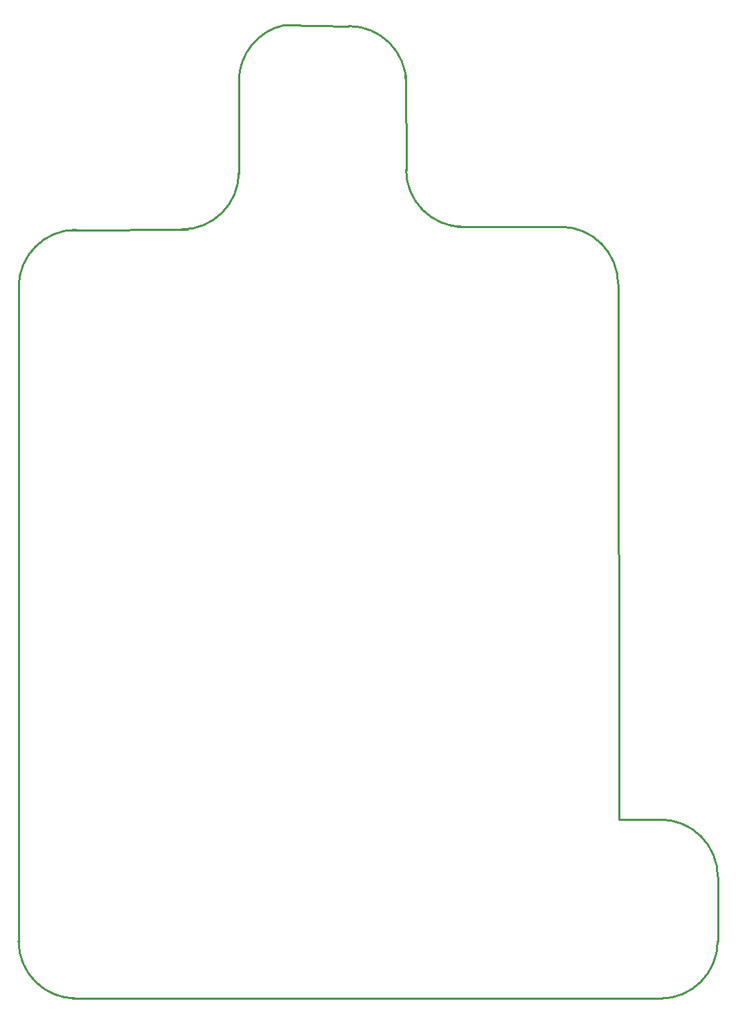
<source format=gko>
G04 Layer: BoardOutlineLayer*
G04 EasyEDA v6.5.44, 2024-08-23 10:49:28*
G04 13edeab578334d2c94ea7048694fe743,9c714277b5a14b868680a62259e1ad39,10*
G04 Gerber Generator version 0.2*
G04 Scale: 100 percent, Rotated: No, Reflected: No *
G04 Dimensions in millimeters *
G04 leading zeros omitted , absolute positions ,4 integer and 5 decimal *
%FSLAX45Y45*%
%MOMM*%

%ADD10C,0.2540*%
D10*
X-1092200Y-215900D02*
G01*
X-1625600Y-215900D01*
X-1638300Y6324600D02*
G01*
X-1625600Y-215900D01*
X-419100Y-1701800D02*
G01*
X-419100Y-914400D01*
X-1092200Y-2400300D02*
G01*
X-8318500Y-2400300D01*
X-4927600Y9474200D02*
G01*
X-5715000Y9486900D01*
X-4229100Y7708900D02*
G01*
X-4229308Y8881653D01*
X-6273906Y7668623D02*
G01*
X-6273698Y8841376D01*
X-8331200Y6985000D02*
G01*
X-6902450Y6991350D01*
X-8966200Y-1714500D02*
G01*
X-8967215Y6310121D01*
X-3606589Y7025954D02*
G01*
X-2349500Y7023100D01*
G75*
G01*
X-2336800Y7023100D02*
G02*
X-1636801Y6323101I0J-699999D01*
G75*
G01*
X-8267700Y-2400300D02*
G02*
X-8967699Y-1700301I0J699999D01*
G75*
G01*
X-8966200Y6286500D02*
G02*
X-8266201Y6986499I699999J0D01*
G75*
G01*
X-6273800Y7683500D02*
G02*
X-6973763Y6990545I-699963J7043D01*
G75*
G01*
X-6273800Y8801100D02*
G02*
X-5713524Y9487012I699999J0D01*
G75*
G01*
X-4229100Y7721600D02*
G03*
X-3529101Y7021601I699999J0D01*
G75*
G01*
X-4927600Y9474200D02*
G02*
X-4227601Y8774201I0J-699999D01*
G75*
G01*
X-419100Y-1701800D02*
G02*
X-1119099Y-2401799I-699999J0D01*
G75*
G01*
X-1117600Y-215900D02*
G02*
X-417601Y-915899I0J-699999D01*

%LPD*%
M02*

</source>
